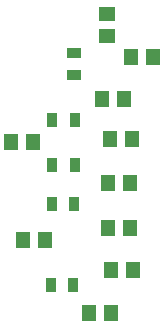
<source format=gbp>
G04*
G04 #@! TF.GenerationSoftware,Altium Limited,Altium Designer,24.0.1 (36)*
G04*
G04 Layer_Color=128*
%FSLAX44Y44*%
%MOMM*%
G71*
G04*
G04 #@! TF.SameCoordinates,0FB82E01-D644-434E-A1D8-1B95A2BBF3EB*
G04*
G04*
G04 #@! TF.FilePolarity,Positive*
G04*
G01*
G75*
%ADD14R,1.3000X0.9000*%
%ADD15R,0.9000X1.3000*%
%ADD19R,1.1500X1.3500*%
%ADD20R,1.3500X1.1500*%
D14*
X1371600Y266090D02*
D03*
Y285090D02*
D03*
D15*
X1351940Y88900D02*
D03*
X1370940D02*
D03*
X1353210Y228600D02*
D03*
X1372210D02*
D03*
X1352600Y157480D02*
D03*
X1371600D02*
D03*
X1353210Y190500D02*
D03*
X1372210D02*
D03*
D19*
X1317900Y209550D02*
D03*
X1336400D02*
D03*
X1401720Y212090D02*
D03*
X1420220D02*
D03*
X1400450Y175260D02*
D03*
X1418950D02*
D03*
X1413870Y246380D02*
D03*
X1395370D02*
D03*
X1328060Y127000D02*
D03*
X1346560D02*
D03*
X1400450Y137160D02*
D03*
X1418950D02*
D03*
X1402990Y101600D02*
D03*
X1421490D02*
D03*
X1383940Y64770D02*
D03*
X1402440D02*
D03*
X1419500Y281940D02*
D03*
X1438000D02*
D03*
D20*
X1399540Y317860D02*
D03*
Y299360D02*
D03*
M02*

</source>
